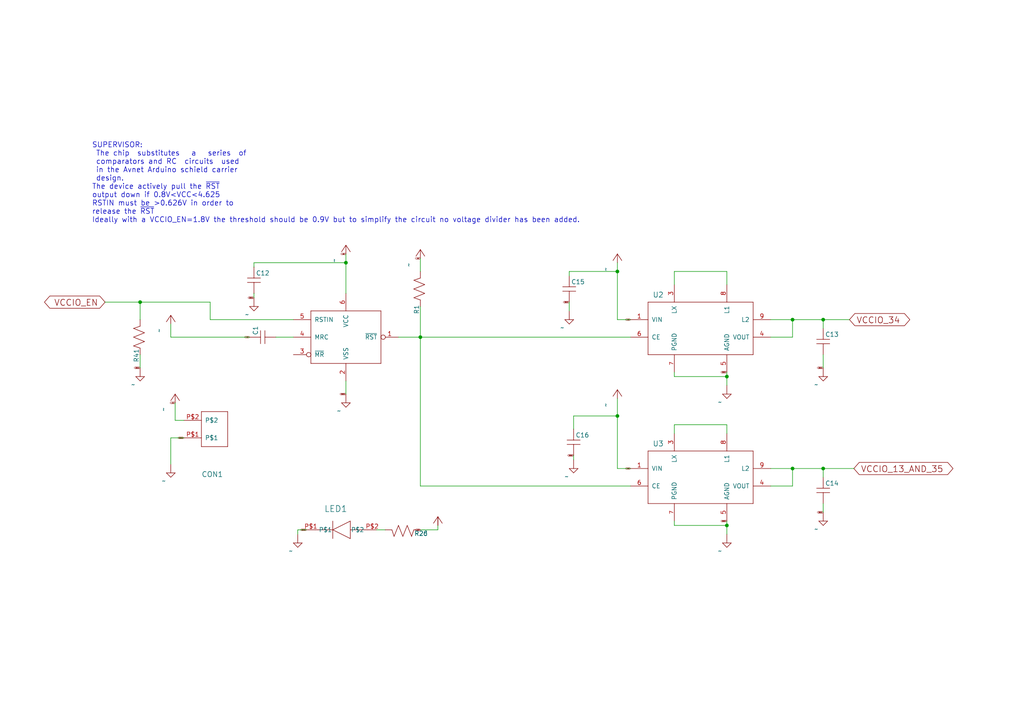
<source format=kicad_sch>
(kicad_sch (version 20211123) (generator eeschema)
  (paper "A4")
  (lib_symbols
    (symbol "carrier-eagle-import:+5V" (power) (pin_names (offset 1.016))
      (property "Value" "+5V" (at -2.54 -5.08 90))
      (symbol "+5V_1_0"
        (polyline (pts (xy 0 0) (xy -1.27 -1.905)))
        (polyline (pts (xy 1.27 -1.905) (xy 0 0)))
        (pin power_in line (at 0 -2.54 90) (length 2.54) (name "+5V") (number "1"))
      )
    )
    (symbol "carrier-eagle-import:C_MLCC_SMDCMLCC_0603" (pin_names (offset 1.016))
      (property "Reference" "C" (at 0.5588 0.0508 0))
      (property "Value" "C_MLCC_SMDCMLCC_0603" (at 0.5588 -4.3688 0))
      (symbol "C_MLCC_SMDCMLCC_0603_1_0"
        (polyline (pts (xy -1.905 -1.905) (xy 0 -1.905)))
        (polyline (pts (xy 0 -1.905) (xy 0 -5.08)))
        (polyline (pts (xy 0 -1.905) (xy 1.905 -1.905)))
        (polyline (pts (xy 0 -0.635) (xy -1.905 -0.635)))
        (polyline (pts (xy 0 -0.635) (xy 0 2.54)))
        (polyline (pts (xy 1.905 -0.635) (xy 0 -0.635)))
        (pin passive line (at 0 2.54 270) (length 0) (name "1") (number "P$1"))
        (pin passive line (at 0 -5.08 90) (length 0) (name "2") (number "P$2"))
      )
    )
    (symbol "carrier-eagle-import:C_MLCC_SMDCMLCC_1210" (pin_names (offset 1.016))
      (property "Reference" "C" (at 0.5588 0.0508 0))
      (property "Value" "C_MLCC_SMDCMLCC_1210" (at 0.5588 -4.3688 0))
      (symbol "C_MLCC_SMDCMLCC_1210_1_0"
        (polyline (pts (xy -1.905 -1.905) (xy 0 -1.905)))
        (polyline (pts (xy 0 -1.905) (xy 0 -5.08)))
        (polyline (pts (xy 0 -1.905) (xy 1.905 -1.905)))
        (polyline (pts (xy 0 -0.635) (xy -1.905 -0.635)))
        (polyline (pts (xy 0 -0.635) (xy 0 2.54)))
        (polyline (pts (xy 1.905 -0.635) (xy 0 -0.635)))
        (pin passive line (at 0 2.54 270) (length 0) (name "1") (number "P$1"))
        (pin passive line (at 0 -5.08 90) (length 0) (name "2") (number "P$2"))
      )
    )
    (symbol "carrier-eagle-import:DGND" (power) (pin_names (offset 1.016))
      (property "Value" "DGND" (at -2.667 -3.175 0))
      (symbol "DGND_1_0"
        (polyline (pts (xy -1.27 0) (xy 1.27 0)))
        (polyline (pts (xy 0 -1.27) (xy -1.27 0)))
        (polyline (pts (xy 1.27 0) (xy 0 -1.27)))
        (pin power_in line (at 0 2.54 270) (length 2.54) (name "DGND") (number "1"))
      )
    )
    (symbol "carrier-eagle-import:EDSTL130_02" (pin_names (offset 1.016))
      (property "Reference" "CON" (at -7.62 7.62 0))
      (symbol "EDSTL130_02_1_0"
        (polyline (pts (xy -2.54 -5.08) (xy -2.54 5.08)))
        (polyline (pts (xy -2.54 5.08) (xy 5.08 5.08)))
        (polyline (pts (xy 5.08 -5.08) (xy -2.54 -5.08)))
        (polyline (pts (xy 5.08 5.08) (xy 5.08 -5.08)))
        (pin bidirectional line (at -7.62 -2.54 0) (length 5.08) (name "P$1") (number "P$1"))
        (pin bidirectional line (at -7.62 2.54 0) (length 5.08) (name "P$2") (number "P$2"))
      )
    )
    (symbol "carrier-eagle-import:LED-AA4040QBS" (pin_names (offset 1.016))
      (property "Reference" "LED" (at -5.08 5.08 0))
      (symbol "LED-AA4040QBS_1_0"
        (polyline (pts (xy -2.54 -2.54) (xy -2.54 0)))
        (polyline (pts (xy -2.54 0) (xy -7.62 0)))
        (polyline (pts (xy -2.54 0) (xy -2.54 2.54)))
        (polyline (pts (xy -2.54 0) (xy 2.54 -2.54)))
        (polyline (pts (xy 2.54 -2.54) (xy 2.54 0)))
        (polyline (pts (xy 2.54 0) (xy 2.54 2.54)))
        (polyline (pts (xy 2.54 2.54) (xy -2.54 0)))
        (polyline (pts (xy 7.62 0) (xy 2.54 0)))
        (pin bidirectional line (at -10.16 0 0) (length 2.54) (name "P$1") (number "P$1"))
        (pin bidirectional line (at 10.16 0 180) (length 2.54) (name "P$2") (number "P$2"))
      )
    )
    (symbol "carrier-eagle-import:R_SMDR0603" (pin_names (offset 1.016))
      (property "Reference" "R" (at -7.2898 0.3048 0))
      (property "Value" "R_SMDR0603" (at 3.3274 0.3048 0))
      (symbol "R_SMDR0603_1_0"
        (polyline (pts (xy -3.175 0) (xy -5.08 0)))
        (polyline (pts (xy -2.54 1.905) (xy -3.175 0)))
        (polyline (pts (xy -2.54 1.905) (xy -1.27 -1.27)))
        (polyline (pts (xy -1.27 -1.27) (xy 0 1.905)))
        (polyline (pts (xy 0 1.905) (xy 1.27 -1.27)))
        (polyline (pts (xy 1.27 -1.27) (xy 2.54 1.905)))
        (polyline (pts (xy 2.54 1.905) (xy 3.175 0)))
        (polyline (pts (xy 3.175 0) (xy 5.08 0)))
        (pin passive line (at -5.08 0 0) (length 0) (name "1") (number "P$1"))
        (pin passive line (at 5.08 0 180) (length 0) (name "2") (number "P$2"))
      )
    )
    (symbol "carrier-eagle-import:STM_6780VWB6F" (pin_names (offset 1.016))
      (symbol "STM_6780VWB6F_1_0"
        (polyline (pts (xy -10.16 -7.62) (xy -10.16 7.62)))
        (polyline (pts (xy -10.16 7.62) (xy 10.16 7.62)))
        (polyline (pts (xy 10.16 -7.62) (xy -10.16 -7.62)))
        (polyline (pts (xy 10.16 7.62) (xy 10.16 -7.62)))
        (pin bidirectional inverted (at 15.24 0 180) (length 5.08) (name "~{RST}") (number "1"))
        (pin bidirectional line (at 0 -12.7 90) (length 5.08) (name "VSS") (number "2"))
        (pin bidirectional inverted (at -15.24 -5.08 0) (length 5.08) (name "~{MR}") (number "3"))
        (pin bidirectional line (at -15.24 0 0) (length 5.08) (name "MRC") (number "4"))
        (pin bidirectional line (at -15.24 5.08 0) (length 5.08) (name "RSTIN") (number "5"))
        (pin bidirectional line (at 0 12.7 270) (length 5.08) (name "VCC") (number "6"))
      )
    )
    (symbol "carrier-eagle-import:TOREX_XCL214B123DR" (pin_names (offset 1.016))
      (property "Reference" "U" (at 10.668 8.89 0))
      (property "Value" "TOREX_XCL214B123DR" (at 8.382 -10.16 0))
      (symbol "TOREX_XCL214B123DR_1_0"
        (polyline (pts (xy -15.24 -7.62) (xy -15.24 7.62)))
        (polyline (pts (xy -15.24 7.62) (xy 15.24 7.62)))
        (polyline (pts (xy 15.24 -7.62) (xy -15.24 -7.62)))
        (polyline (pts (xy 15.24 7.62) (xy 15.24 -7.62)))
        (pin bidirectional line (at 20.32 2.54 180) (length 5.08) (name "VIN") (number "1"))
        (pin bidirectional line (at 7.62 12.7 270) (length 5.08) (name "LX") (number "3"))
        (pin bidirectional line (at -20.32 -2.54 0) (length 5.08) (name "VOUT") (number "4"))
        (pin bidirectional line (at -7.62 -12.7 90) (length 5.08) (name "AGND") (number "5"))
        (pin bidirectional line (at 20.32 -2.54 180) (length 5.08) (name "CE") (number "6"))
        (pin bidirectional line (at 7.62 -12.7 90) (length 5.08) (name "PGND") (number "7"))
        (pin bidirectional line (at -7.62 12.7 270) (length 5.08) (name "L1") (number "8"))
        (pin bidirectional line (at -20.32 2.54 0) (length 5.08) (name "L2") (number "9"))
      )
    )
  )
  (junction (at 229.87 135.89))
  (junction (at 179.07 120.65))
  (junction (at 238.76 92.71))
  (junction (at 100.33 76.2))
  (junction (at 179.07 78.74))
  (junction (at 229.87 92.71))
  (junction (at 121.92 97.79))
  (junction (at 210.82 109.22))
  (junction (at 210.82 152.4))
  (junction (at 238.76 135.89))
  (junction (at 40.64 87.63))
  (wire (pts (xy 73.66 77.47) (xy 73.66 76.2)))
  (wire (pts (xy 195.58 151.13) (xy 195.58 152.4)))
  (wire (pts (xy 121.92 88.9) (xy 121.92 97.79)))
  (wire (pts (xy 238.76 106.68) (xy 238.76 102.87)))
  (wire (pts (xy 121.92 74.93) (xy 121.92 78.74)))
  (wire (pts (xy 86.36 153.67) (xy 86.36 154.94)))
  (wire (pts (xy 210.82 109.22) (xy 210.82 111.76)))
  (wire (pts (xy 210.82 152.4) (xy 210.82 154.94)))
  (wire (pts (xy 72.39 97.79) (xy 49.53 97.79)))
  (wire (pts (xy 115.57 97.79) (xy 121.92 97.79)))
  (wire (pts (xy 238.76 138.43) (xy 238.76 135.89)))
  (wire (pts (xy 195.58 125.73) (xy 195.58 123.19)))
  (wire (pts (xy 195.58 107.95) (xy 195.58 109.22)))
  (wire (pts (xy 166.37 132.08) (xy 166.37 133.35)))
  (wire (pts (xy 40.64 106.68) (xy 40.64 102.87)))
  (wire (pts (xy 49.53 127) (xy 49.53 134.62)))
  (wire (pts (xy 50.8 121.92) (xy 53.34 121.92)))
  (wire (pts (xy 179.07 135.89) (xy 179.07 120.65)))
  (wire (pts (xy 73.66 86.36) (xy 73.66 85.09)))
  (wire (pts (xy 127 153.67) (xy 127 152.4)))
  (wire (pts (xy 195.58 82.55) (xy 195.58 78.74)))
  (wire (pts (xy 85.09 97.79) (xy 80.01 97.79)))
  (wire (pts (xy 165.1 87.63) (xy 165.1 90.17)))
  (wire (pts (xy 179.07 120.65) (xy 179.07 115.57)))
  (wire (pts (xy 229.87 135.89) (xy 229.87 140.97)))
  (wire (pts (xy 121.92 97.79) (xy 182.88 97.79)))
  (wire (pts (xy 210.82 123.19) (xy 210.82 125.73)))
  (wire (pts (xy 223.52 92.71) (xy 229.87 92.71)))
  (wire (pts (xy 238.76 95.25) (xy 238.76 92.71)))
  (wire (pts (xy 229.87 92.71) (xy 229.87 97.79)))
  (wire (pts (xy 195.58 109.22) (xy 210.82 109.22)))
  (wire (pts (xy 53.34 127) (xy 49.53 127)))
  (wire (pts (xy 195.58 78.74) (xy 210.82 78.74)))
  (wire (pts (xy 238.76 135.89) (xy 247.65 135.89)))
  (wire (pts (xy 40.64 92.71) (xy 40.64 87.63)))
  (wire (pts (xy 60.96 87.63) (xy 40.64 87.63)))
  (wire (pts (xy 165.1 80.01) (xy 165.1 78.74)))
  (wire (pts (xy 166.37 120.65) (xy 179.07 120.65)))
  (wire (pts (xy 121.92 153.67) (xy 127 153.67)))
  (wire (pts (xy 166.37 124.46) (xy 166.37 120.65)))
  (wire (pts (xy 60.96 92.71) (xy 85.09 92.71)))
  (wire (pts (xy 121.92 140.97) (xy 121.92 97.79)))
  (wire (pts (xy 50.8 116.84) (xy 50.8 121.92)))
  (wire (pts (xy 238.76 92.71) (xy 246.38 92.71)))
  (wire (pts (xy 60.96 87.63) (xy 60.96 92.71)))
  (wire (pts (xy 100.33 76.2) (xy 100.33 85.09)))
  (wire (pts (xy 229.87 140.97) (xy 223.52 140.97)))
  (wire (pts (xy 40.64 87.63) (xy 30.48 87.63)))
  (wire (pts (xy 182.88 140.97) (xy 121.92 140.97)))
  (wire (pts (xy 210.82 107.95) (xy 210.82 109.22)))
  (wire (pts (xy 165.1 78.74) (xy 179.07 78.74)))
  (wire (pts (xy 210.82 78.74) (xy 210.82 82.55)))
  (wire (pts (xy 182.88 92.71) (xy 179.07 92.71)))
  (wire (pts (xy 210.82 151.13) (xy 210.82 152.4)))
  (wire (pts (xy 88.9 153.67) (xy 86.36 153.67)))
  (wire (pts (xy 195.58 123.19) (xy 210.82 123.19)))
  (wire (pts (xy 49.53 97.79) (xy 49.53 93.98)))
  (wire (pts (xy 229.87 97.79) (xy 223.52 97.79)))
  (wire (pts (xy 179.07 78.74) (xy 179.07 76.2)))
  (wire (pts (xy 229.87 135.89) (xy 238.76 135.89)))
  (wire (pts (xy 182.88 135.89) (xy 179.07 135.89)))
  (wire (pts (xy 195.58 152.4) (xy 210.82 152.4)))
  (wire (pts (xy 73.66 76.2) (xy 100.33 76.2)))
  (wire (pts (xy 100.33 73.66) (xy 100.33 76.2)))
  (wire (pts (xy 100.33 114.3) (xy 100.33 110.49)))
  (wire (pts (xy 223.52 135.89) (xy 229.87 135.89)))
  (wire (pts (xy 238.76 148.59) (xy 238.76 146.05)))
  (wire (pts (xy 229.87 92.71) (xy 238.76 92.71)))
  (wire (pts (xy 179.07 92.71) (xy 179.07 78.74)))
  (wire (pts (xy 109.22 153.67) (xy 111.76 153.67)))
  (text "SUPERVISOR:\n The chip  substitutes   a   series  of\n comparators and RC  circuits  used\n in the Avnet Arduino schield carrier\n design.\nThe device actively pull the ~{RST} \noutput down if 0.8V<VCC<4.625\nRSTIN must be >0.626V in order to\nrelease the ~{RST}\nIdeally with a VCCIO_EN=1.8V the threshold should be 0.9V but to simplify the circuit no voltage divider has been added.\n" (at 26.67 64.77 0) (effects (font (size 1.4986 1.4986)) (justify left bottom)))
  (global_label "VCCIO_13_AND_35" (shape bidirectional) (at 247.65 135.89 0) (effects (font (size 1.778 1.778))) (property "Intersheet References" "${INTERSHEET_REFS}" (effects hide)))
  (global_label "DGND" (shape bidirectional) (at 100.33 114.3 180) (effects (font (size 0.254 0.254))) (property "Intersheet References" "${INTERSHEET_REFS}" (effects hide)))
  (global_label "DGND" (shape bidirectional) (at 165.1 87.63 180) (effects (font (size 0.254 0.254))) (property "Intersheet References" "${INTERSHEET_REFS}" (effects hide)))
  (global_label "+5V" (shape bidirectional) (at 50.8 116.84 180) (effects (font (size 0.254 0.254))) (property "Intersheet References" "${INTERSHEET_REFS}" (effects hide)))
  (global_label "DGND" (shape bidirectional) (at 210.82 151.13 180) (effects (font (size 0.254 0.254))) (property "Intersheet References" "${INTERSHEET_REFS}" (effects hide)))
  (global_label "DGND" (shape bidirectional) (at 40.64 106.68 180) (effects (font (size 0.254 0.254))) (property "Intersheet References" "${INTERSHEET_REFS}" (effects hide)))
  (global_label "+5V" (shape bidirectional) (at 72.39 97.79 180) (effects (font (size 0.254 0.254))) (property "Intersheet References" "${INTERSHEET_REFS}" (effects hide)))
  (global_label "DGND" (shape bidirectional) (at 238.76 148.59 180) (effects (font (size 0.254 0.254))) (property "Intersheet References" "${INTERSHEET_REFS}" (effects hide)))
  (global_label "+5V" (shape bidirectional) (at 121.92 74.93 180) (effects (font (size 0.254 0.254))) (property "Intersheet References" "${INTERSHEET_REFS}" (effects hide)))
  (global_label "VCCIO_34" (shape bidirectional) (at 246.38 92.71 0) (effects (font (size 1.778 1.778))) (property "Intersheet References" "${INTERSHEET_REFS}" (effects hide)))
  (global_label "+5V" (shape bidirectional) (at 182.88 92.71 180) (effects (font (size 0.254 0.254))) (property "Intersheet References" "${INTERSHEET_REFS}" (effects hide)))
  (global_label "DGND" (shape bidirectional) (at 210.82 107.95 180) (effects (font (size 0.254 0.254))) (property "Intersheet References" "${INTERSHEET_REFS}" (effects hide)))
  (global_label "DGND" (shape bidirectional) (at 53.34 127 180) (effects (font (size 0.254 0.254))) (property "Intersheet References" "${INTERSHEET_REFS}" (effects hide)))
  (global_label "+5V" (shape bidirectional) (at 182.88 135.89 180) (effects (font (size 0.254 0.254))) (property "Intersheet References" "${INTERSHEET_REFS}" (effects hide)))
  (global_label "DGND" (shape bidirectional) (at 73.66 86.36 180) (effects (font (size 0.254 0.254))) (property "Intersheet References" "${INTERSHEET_REFS}" (effects hide)))
  (global_label "DGND" (shape bidirectional) (at 88.9 153.67 180) (effects (font (size 0.254 0.254))) (property "Intersheet References" "${INTERSHEET_REFS}" (effects hide)))
  (global_label "VCCIO_EN" (shape bidirectional) (at 30.48 87.63 180) (effects (font (size 1.778 1.778))) (property "Intersheet References" "${INTERSHEET_REFS}" (effects hide)))
  (global_label "DGND" (shape bidirectional) (at 166.37 132.08 180) (effects (font (size 0.254 0.254))) (property "Intersheet References" "${INTERSHEET_REFS}" (effects hide)))
  (global_label "+5V" (shape bidirectional) (at 100.33 73.66 180) (effects (font (size 0.254 0.254))) (property "Intersheet References" "${INTERSHEET_REFS}" (effects hide)))
  (global_label "DGND" (shape bidirectional) (at 238.76 106.68 180) (effects (font (size 0.254 0.254))) (property "Intersheet References" "${INTERSHEET_REFS}" (effects hide)))
  (global_label "+5V" (shape bidirectional) (at 121.92 153.67 180) (effects (font (size 0.254 0.254))) (property "Intersheet References" "${INTERSHEET_REFS}" (effects hide)))
  (symbol (lib_id "carrier-eagle-import:+5V") (at 127 149.86 0) (unit 1)
    (property "Reference" "#P+31" (effects hide))
  )
  (symbol (lib_id "carrier-eagle-import:DGND") (at 238.76 151.13 0) (unit 1)
    (property "Reference" "#SUPPLY20" (effects hide))
  )
  (symbol (lib_id "carrier-eagle-import:C_MLCC_SMDCMLCC_1210") (at 166.37 127 0) (unit 1)
    (property "Reference" "C16" (at 166.9288 126.9492 0) (effects (font (size 1.2954 1.2954)) (justify left bottom)))
    (property "PARTNO" "TDK C3225X5R1E106K250AA" (effects hide))
  )
  (symbol (lib_id "carrier-eagle-import:STM_6780VWB6F") (at 100.33 97.79 0) (unit 1)
    (property "Reference" "U1" (effects hide))
    (property "DIGIKEY" "497-8008-1-ND" (effects hide))
    (property "PARTNO" "STM6779LWB6F" (effects hide))
  )
  (symbol (lib_id "carrier-eagle-import:R_SMDR0603") (at 40.64 97.79 90) (unit 1)
    (property "Reference" "R41" (at 40.3098 105.1052 0) (effects (font (size 1.2954 1.2954)) (justify left bottom)))
    (property "PARTNO" " ERA-3AED103V" (effects hide))
  )
  (symbol (lib_id "carrier-eagle-import:DGND") (at 40.64 109.22 0) (unit 1)
    (property "Reference" "#SUPPLY59" (effects hide))
  )
  (symbol (lib_id "carrier-eagle-import:DGND") (at 73.66 88.9 0) (unit 1)
    (property "Reference" "#SUPPLY19" (effects hide))
  )
  (symbol (lib_id "carrier-eagle-import:R_SMDR0603") (at 116.84 153.67 180) (unit 1)
    (property "Reference" "R26" (at 124.1298 154.0002 0) (effects (font (size 1.2954 1.2954)) (justify left bottom)))
    (property "PARTNO" " CRCW0603200RFKEA" (effects hide))
  )
  (symbol (lib_id "carrier-eagle-import:C_MLCC_SMDCMLCC_0603") (at 73.66 80.01 0) (unit 1)
    (property "Reference" "C12" (at 74.2188 79.9592 0) (effects (font (size 1.2954 1.2954)) (justify left bottom)))
    (property "PARTNO" "AVX 06035C104K4T2A" (effects hide))
  )
  (symbol (lib_id "carrier-eagle-import:+5V") (at 121.92 72.39 0) (unit 1)
    (property "Reference" "#P+9" (effects hide))
  )
  (symbol (lib_id "carrier-eagle-import:C_MLCC_SMDCMLCC_0603") (at 74.93 97.79 90) (unit 1)
    (property "Reference" "C1" (at 74.8538 97.2312 0) (effects (font (size 1.2954 1.2954)) (justify left bottom)))
  )
  (symbol (lib_id "carrier-eagle-import:DGND") (at 86.36 157.48 0) (unit 1)
    (property "Reference" "#SUPPLY53" (effects hide))
  )
  (symbol (lib_id "carrier-eagle-import:C_MLCC_SMDCMLCC_1210") (at 238.76 97.79 0) (unit 1)
    (property "Reference" "C13" (at 239.3188 97.7392 0) (effects (font (size 1.2954 1.2954)) (justify left bottom)))
    (property "PARTNO" "TDK C3225X5R1E106K250AA" (effects hide))
  )
  (symbol (lib_id "carrier-eagle-import:C_MLCC_SMDCMLCC_1210") (at 165.1 82.55 0) (unit 1)
    (property "Reference" "C15" (at 165.6588 82.4992 0) (effects (font (size 1.2954 1.2954)) (justify left bottom)))
    (property "PARTNO" "TDK C3225X5R1E106K250AA" (effects hide))
  )
  (symbol (lib_id "carrier-eagle-import:DGND") (at 210.82 114.3 0) (unit 1)
    (property "Reference" "#SUPPLY7" (effects hide))
  )
  (symbol (lib_id "carrier-eagle-import:DGND") (at 166.37 135.89 0) (unit 1)
    (property "Reference" "#SUPPLY22" (effects hide))
  )
  (symbol (lib_id "carrier-eagle-import:C_MLCC_SMDCMLCC_1210") (at 238.76 140.97 0) (unit 1)
    (property "Reference" "C14" (at 239.3188 140.9192 0) (effects (font (size 1.2954 1.2954)) (justify left bottom)))
    (property "PARTNO" "TDK C3225X5R1E106K250AA" (effects hide))
  )
  (symbol (lib_id "carrier-eagle-import:TOREX_XCL214B123DR") (at 203.2 138.43 0) (mirror y) (unit 1)
    (property "Reference" "U3" (at 192.532 129.54 0) (effects (font (size 1.4986 1.4986)) (justify left bottom)))
    (property "DIGIKEY" "893-1218-1-ND" (effects hide))
    (property "PARTNO" "XCL214B333DR" (effects hide))
  )
  (symbol (lib_id "carrier-eagle-import:EDSTL130_02") (at 60.96 124.46 0) (unit 1)
    (property "Reference" "CON1" (at 58.42 138.43 0) (effects (font (size 1.4986 1.4986)) (justify left bottom)))
  )
  (symbol (lib_id "carrier-eagle-import:+5V") (at 100.33 71.12 0) (unit 1)
    (property "Reference" "#P+8" (effects hide))
  )
  (symbol (lib_id "carrier-eagle-import:DGND") (at 165.1 92.71 0) (unit 1)
    (property "Reference" "#SUPPLY23" (effects hide))
  )
  (symbol (lib_id "carrier-eagle-import:R_SMDR0603") (at 121.92 83.82 90) (unit 1)
    (property "Reference" "R1" (at 121.5898 91.1352 0) (effects (font (size 1.2954 1.2954)) (justify left bottom)))
    (property "PARTNO" " ERA-3AED103V" (effects hide))
  )
  (symbol (lib_id "carrier-eagle-import:DGND") (at 238.76 109.22 0) (unit 1)
    (property "Reference" "#SUPPLY21" (effects hide))
  )
  (symbol (lib_id "carrier-eagle-import:+5V") (at 179.07 73.66 0) (unit 1)
    (property "Reference" "#P+7" (effects hide))
  )
  (symbol (lib_id "carrier-eagle-import:+5V") (at 179.07 113.03 0) (unit 1)
    (property "Reference" "#P+1" (effects hide))
  )
  (symbol (lib_id "carrier-eagle-import:DGND") (at 210.82 157.48 0) (unit 1)
    (property "Reference" "#SUPPLY6" (effects hide))
  )
  (symbol (lib_id "carrier-eagle-import:DGND") (at 49.53 137.16 0) (unit 1)
    (property "Reference" "#SUPPLY8" (effects hide))
  )
  (symbol (lib_id "carrier-eagle-import:TOREX_XCL214B123DR") (at 203.2 95.25 0) (mirror y) (unit 1)
    (property "Reference" "U2" (at 192.532 86.36 0) (effects (font (size 1.4986 1.4986)) (justify left bottom)))
    (property "DIGIKEY" "893-1218-1-ND" (effects hide))
    (property "PARTNO" "XCL214B333DR" (effects hide))
  )
  (symbol (lib_id "carrier-eagle-import:LED-AA4040QBS") (at 99.06 153.67 0) (unit 1)
    (property "Reference" "LED1" (at 93.98 148.59 0) (effects (font (size 1.778 1.778)) (justify left bottom)))
    (property "PARTNO" "AA4040QBS/D" (effects hide))
  )
  (symbol (lib_id "carrier-eagle-import:+5V") (at 50.8 114.3 0) (unit 1)
    (property "Reference" "#P+12" (effects hide))
  )
  (symbol (lib_id "carrier-eagle-import:+5V") (at 49.53 91.44 0) (unit 1)
    (property "Reference" "#P+11" (effects hide))
  )
  (symbol (lib_id "carrier-eagle-import:DGND") (at 100.33 116.84 0) (unit 1)
    (property "Reference" "#SUPPLY5" (effects hide))
  )
)
</source>
